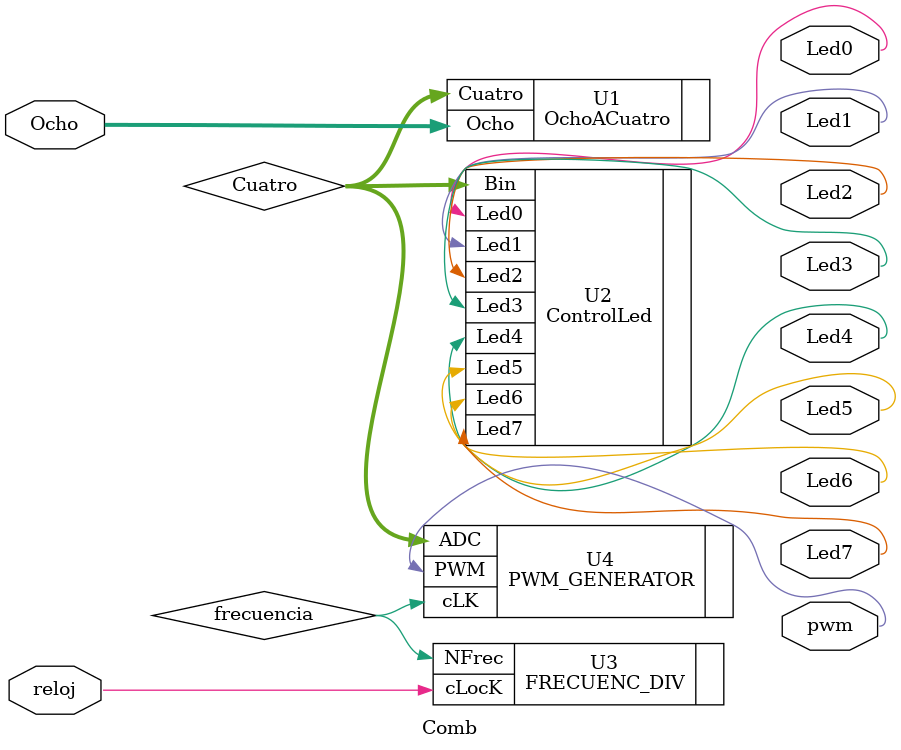
<source format=v>
`timescale 1ns / 1ps


module Comb(
input [7:0] Ocho,
input reloj,
output Led0,output Led1,output Led2,output Led3,output Led4,output Led5,output Led6,output Led7, output pwm);
    
  wire [0:3] Cuatro;
  wire frecuencia;
  
 OchoACuatro U1(
 .Ocho(Ocho),
 .Cuatro(Cuatro));
 
 ControlLed U2(
 .Bin(Cuatro),
 .Led0(Led0),
 .Led1(Led1),
 .Led2(Led2),
 .Led3(Led3),
 .Led4(Led4),
 .Led5(Led5),
 .Led6(Led6),
 .Led7(Led7));
 
 FRECUENC_DIV U3(.cLocK(reloj),    
.NFrec(frecuencia)   
);

PWM_GENERATOR U4(
.cLK(frecuencia),
.ADC(Cuatro),
.PWM(pwm));


endmodule

</source>
